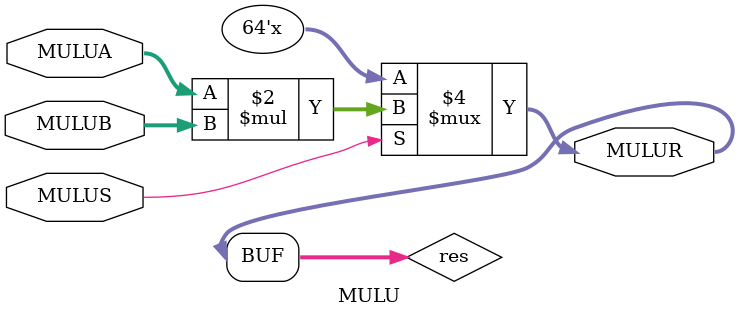
<source format=v>
`timescale 1ns / 1ps

module MULU(
    input [31:0] MULUA,
    input [31:0] MULUB,
    input MULUS,
    output [63:0] MULUR
    );
    reg [63:0] res;
    always@(*)
    begin
        if(MULUS)
        begin
            res = MULUA * MULUB;
        end
    end
    assign MULUR = res;
endmodule

</source>
